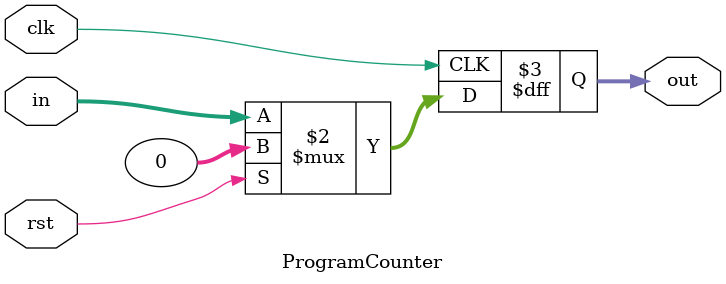
<source format=v>
module ProgramCounter(clk, in, out, rst); 
	input clk; 
	input rst; 
	input [31:0] in; 
	output [31:0] out; 
	reg signed [31:0] out;
	always @(posedge clk)
		out = rst ? 32'b00000000000000000000000000000000 : in ; 
endmodule
</source>
